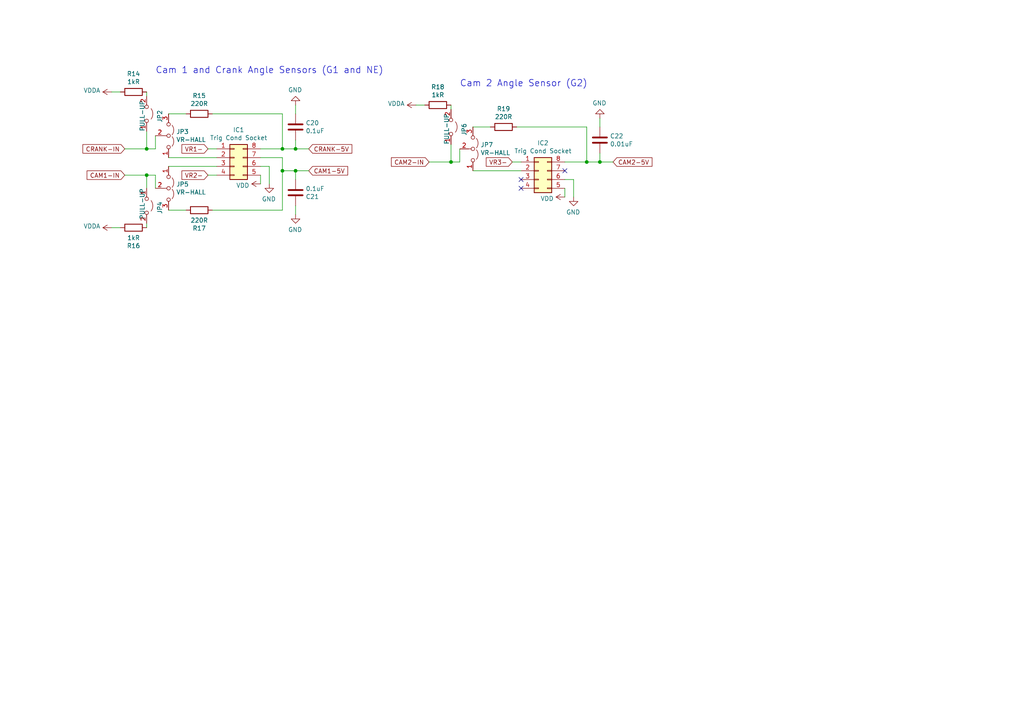
<source format=kicad_sch>
(kicad_sch (version 20211123) (generator eeschema)
  (paper "A4")
  (title_block (title "Speeduino board for Teensy 4.1") (date "2023-01-07") (rev "6") (company "Fontys Eindhoven EXPO group 13 || Speeduino") (comment 1 "Adapted from Speeduino V0.4.4c board"))
  (lib_symbols
    (symbol "Connector_Generic:Conn_02x04_Counter_Clockwise" (pin_names (offset 1.016) hide)
      (property "Reference" "J" (at 1.27 5.08 0))
      (property "Value" "Conn_02x04_Counter_Clockwise" (at 1.27 -7.62 0))
      (symbol "Conn_02x04_Counter_Clockwise_1_1"
        (rectangle (start -1.27 -4.953) (end 0 -5.207) (stroke (width 0.1524)))
        (rectangle (start -1.27 -2.413) (end 0 -2.667) (stroke (width 0.1524)))
        (rectangle (start -1.27 0.127) (end 0 -0.127) (stroke (width 0.1524)))
        (rectangle (start -1.27 2.667) (end 0 2.413) (stroke (width 0.1524)))
        (rectangle (start -1.27 3.81) (end 3.81 -6.35) (stroke (width 0.254)) (fill (type background)))
        (rectangle (start 3.81 -4.953) (end 2.54 -5.207) (stroke (width 0.1524)))
        (rectangle (start 3.81 -2.413) (end 2.54 -2.667) (stroke (width 0.1524)))
        (rectangle (start 3.81 0.127) (end 2.54 -0.127) (stroke (width 0.1524)))
        (rectangle (start 3.81 2.667) (end 2.54 2.413) (stroke (width 0.1524)))
        (pin passive line (at -5.08 2.54 0) (length 3.81) (name "Pin_1") (number "1"))
        (pin passive line (at -5.08 0 0) (length 3.81) (name "Pin_2") (number "2"))
        (pin passive line (at -5.08 -2.54 0) (length 3.81) (name "Pin_3") (number "3"))
        (pin passive line (at -5.08 -5.08 0) (length 3.81) (name "Pin_4") (number "4"))
        (pin passive line (at 7.62 -5.08 180) (length 3.81) (name "Pin_5") (number "5"))
        (pin passive line (at 7.62 -2.54 180) (length 3.81) (name "Pin_6") (number "6"))
        (pin passive line (at 7.62 0 180) (length 3.81) (name "Pin_7") (number "7"))
        (pin passive line (at 7.62 2.54 180) (length 3.81) (name "Pin_8") (number "8"))
      )
    )
    (symbol "Device:C" (pin_numbers hide) (pin_names (offset 0.254))
      (property "Reference" "C" (at 0.635 2.54 0))
      (property "Value" "C" (at 0.635 -2.54 0))
      (symbol "C_0_1"
        (polyline (pts (xy -2.032 -0.762) (xy 2.032 -0.762)) (stroke (width 0.508)))
        (polyline (pts (xy -2.032 0.762) (xy 2.032 0.762)) (stroke (width 0.508)))
      )
      (symbol "C_1_1"
        (pin passive line (at 0 3.81 270) (length 2.794) (name "~") (number "1"))
        (pin passive line (at 0 -3.81 90) (length 2.794) (name "~") (number "2"))
      )
    )
    (symbol "Device:R" (pin_numbers hide) (pin_names (offset 0))
      (property "Reference" "R" (at 2.032 0 90))
      (property "Value" "R" (at 0 0 90))
      (symbol "R_0_1"
        (rectangle (start -1.016 -2.54) (end 1.016 2.54) (stroke (width 0.254)))
      )
      (symbol "R_1_1"
        (pin passive line (at 0 3.81 270) (length 1.27) (name "~") (number "1"))
        (pin passive line (at 0 -3.81 90) (length 1.27) (name "~") (number "2"))
      )
    )
    (symbol "Jumper:Jumper_2_Open" (pin_names (offset 0) hide)
      (property "Reference" "JP" (at 0 2.794 0))
      (property "Value" "Jumper_2_Open" (at 0 -2.286 0))
      (symbol "Jumper_2_Open_0_0"
        (circle (center -2.032 0) (radius 0.508))
        (circle (center 2.032 0) (radius 0.508))
      )
      (symbol "Jumper_2_Open_0_1"
        (arc (start 1.524 1.27) (mid 0 1.778) (end -1.524 1.27))
      )
      (symbol "Jumper_2_Open_1_1"
        (pin passive line (at -5.08 0 0) (length 2.54) (name "A") (number "1"))
        (pin passive line (at 5.08 0 180) (length 2.54) (name "B") (number "2"))
      )
    )
    (symbol "Jumper:Jumper_3_Open" (pin_names (offset 0) hide)
      (property "Reference" "JP" (at -2.54 -2.54 0))
      (property "Value" "Jumper_3_Open" (at 0 2.794 0))
      (symbol "Jumper_3_Open_0_0"
        (circle (center -3.302 0) (radius 0.508))
        (circle (center 0 0) (radius 0.508))
        (circle (center 3.302 0) (radius 0.508))
      )
      (symbol "Jumper_3_Open_0_1"
        (arc (start -0.254 1.016) (mid -1.651 1.4992) (end -3.048 1.016))
        (polyline (pts (xy 0 -0.508) (xy 0 -1.27)))
        (arc (start 3.048 1.016) (mid 1.651 1.4992) (end 0.254 1.016))
      )
      (symbol "Jumper_3_Open_1_1"
        (pin passive line (at -6.35 0 0) (length 2.54) (name "A") (number "1"))
        (pin passive line (at 0 -3.81 90) (length 2.54) (name "C") (number "2"))
        (pin passive line (at 6.35 0 180) (length 2.54) (name "B") (number "3"))
      )
    )
    (symbol "power:GND" (power) (pin_names (offset 0))
      (property "Value" "GND" (at 0 -3.81 0))
      (symbol "GND_0_1"
        (polyline (pts (xy 0 0) (xy 0 -1.27) (xy 1.27 -1.27) (xy 0 -2.54) (xy -1.27 -1.27) (xy 0 -1.27)))
      )
      (symbol "GND_1_1"
        (pin power_in line (at 0 0 270) (length 0) hide (name "GND") (number "1"))
      )
    )
    (symbol "power:VDD" (power) (pin_names (offset 0))
      (property "Value" "VDD" (at 0 3.81 0))
      (symbol "VDD_0_1"
        (polyline (pts (xy -0.762 1.27) (xy 0 2.54)))
        (polyline (pts (xy 0 0) (xy 0 2.54)))
        (polyline (pts (xy 0 2.54) (xy 0.762 1.27)))
      )
      (symbol "VDD_1_1"
        (pin power_in line (at 0 0 90) (length 0) hide (name "VDD") (number "1"))
      )
    )
    (symbol "power:VDDA" (power) (pin_names (offset 0))
      (property "Value" "VDDA" (at 0 3.81 0))
      (symbol "VDDA_0_1"
        (polyline (pts (xy -0.762 1.27) (xy 0 2.54)))
        (polyline (pts (xy 0 0) (xy 0 2.54)))
        (polyline (pts (xy 0 2.54) (xy 0.762 1.27)))
      )
      (symbol "VDDA_1_1"
        (pin power_in line (at 0 0 90) (length 0) hide (name "VDDA") (number "1"))
      )
    )
  )
  (junction (at 170.18 46.99))
  (junction (at 42.545 43.18))
  (junction (at 85.725 49.53))
  (junction (at 42.545 50.8))
  (junction (at 173.99 46.99))
  (junction (at 85.725 43.18))
  (junction (at 130.81 46.99))
  (junction (at 81.915 43.18))
  (junction (at 81.915 49.53))
  (no_connect (at 151.13 52.07))
  (no_connect (at 163.83 49.53))
  (no_connect (at 151.13 54.61))
  (wire (pts (xy 75.565 43.18) (xy 81.915 43.18)))
  (wire (pts (xy 42.545 54.61) (xy 42.545 50.8)))
  (wire (pts (xy 163.83 46.99) (xy 170.18 46.99)))
  (wire (pts (xy 163.83 52.07) (xy 166.37 52.07)))
  (wire (pts (xy 42.545 26.67) (xy 42.545 27.94)))
  (wire (pts (xy 60.325 50.8) (xy 62.865 50.8)))
  (wire (pts (xy 137.16 49.53) (xy 151.13 49.53)))
  (wire (pts (xy 81.915 49.53) (xy 85.725 49.53)))
  (wire (pts (xy 133.35 46.99) (xy 133.35 43.18)))
  (wire (pts (xy 85.725 49.53) (xy 85.725 52.07)))
  (wire (pts (xy 124.46 46.99) (xy 130.81 46.99)))
  (wire (pts (xy 163.83 54.61) (xy 163.83 57.15)))
  (wire (pts (xy 48.895 48.26) (xy 62.865 48.26)))
  (wire (pts (xy 130.81 46.99) (xy 133.35 46.99)))
  (wire (pts (xy 177.8 46.99) (xy 173.99 46.99)))
  (wire (pts (xy 32.385 26.67) (xy 34.925 26.67)))
  (wire (pts (xy 130.81 30.48) (xy 130.81 31.75)))
  (wire (pts (xy 78.105 48.26) (xy 78.105 53.34)))
  (wire (pts (xy 173.99 46.99) (xy 173.99 44.45)))
  (wire (pts (xy 85.725 43.18) (xy 85.725 40.64)))
  (wire (pts (xy 85.725 30.48) (xy 85.725 33.02)))
  (wire (pts (xy 85.725 62.23) (xy 85.725 59.69)))
  (wire (pts (xy 53.975 60.96) (xy 48.895 60.96)))
  (wire (pts (xy 36.195 43.18) (xy 42.545 43.18)))
  (wire (pts (xy 42.545 43.18) (xy 45.085 43.18)))
  (wire (pts (xy 170.18 46.99) (xy 173.99 46.99)))
  (wire (pts (xy 42.545 50.8) (xy 45.085 50.8)))
  (wire (pts (xy 45.085 50.8) (xy 45.085 54.61)))
  (wire (pts (xy 48.895 33.02) (xy 53.975 33.02)))
  (wire (pts (xy 166.37 52.07) (xy 166.37 57.15)))
  (wire (pts (xy 89.535 49.53) (xy 85.725 49.53)))
  (wire (pts (xy 137.16 36.83) (xy 142.24 36.83)))
  (wire (pts (xy 75.565 48.26) (xy 78.105 48.26)))
  (wire (pts (xy 81.915 60.96) (xy 81.915 49.53)))
  (wire (pts (xy 120.65 30.48) (xy 123.19 30.48)))
  (wire (pts (xy 148.59 46.99) (xy 151.13 46.99)))
  (wire (pts (xy 45.085 43.18) (xy 45.085 39.37)))
  (wire (pts (xy 149.86 36.83) (xy 170.18 36.83)))
  (wire (pts (xy 32.385 66.04) (xy 34.925 66.04)))
  (wire (pts (xy 81.915 49.53) (xy 81.915 45.72)))
  (wire (pts (xy 81.915 33.02) (xy 81.915 43.18)))
  (wire (pts (xy 81.915 43.18) (xy 85.725 43.18)))
  (wire (pts (xy 75.565 50.8) (xy 75.565 53.34)))
  (wire (pts (xy 61.595 33.02) (xy 81.915 33.02)))
  (wire (pts (xy 42.545 64.77) (xy 42.545 66.04)))
  (wire (pts (xy 173.99 34.29) (xy 173.99 36.83)))
  (wire (pts (xy 81.915 45.72) (xy 75.565 45.72)))
  (wire (pts (xy 48.895 45.72) (xy 62.865 45.72)))
  (wire (pts (xy 36.195 50.8) (xy 42.545 50.8)))
  (wire (pts (xy 89.535 43.18) (xy 85.725 43.18)))
  (wire (pts (xy 61.595 60.96) (xy 81.915 60.96)))
  (wire (pts (xy 42.545 38.1) (xy 42.545 43.18)))
  (wire (pts (xy 60.325 43.18) (xy 62.865 43.18)))
  (wire (pts (xy 130.81 41.91) (xy 130.81 46.99)))
  (wire (pts (xy 170.18 36.83) (xy 170.18 46.99)))
  (text "Cam 1 and Crank Angle Sensors (G1 and NE)" (at 45.085 21.59 0) (effects (font (size 1.8796 1.8796)) (justify left bottom)))
  (text "Cam 2 Angle Sensor (G2)" (at 133.35 25.4 0) (effects (font (size 1.8796 1.8796)) (justify left bottom)))
  (global_label "VR1-" (shape input) (at 60.325 43.18 180) (property "Intersheet References" "${INTERSHEET_REFS}" (effects hide)))
  (global_label "CRANK-5V" (shape input) (at 89.535 43.18 0) (property "Intersheet References" "${INTERSHEET_REFS}" (effects hide)))
  (global_label "CRANK-IN" (shape input) (at 36.195 43.18 180) (property "Intersheet References" "${INTERSHEET_REFS}" (effects hide)))
  (global_label "CAM2-IN" (shape input) (at 124.46 46.99 180) (property "Intersheet References" "${INTERSHEET_REFS}" (effects hide)))
  (global_label "VR2-" (shape input) (at 60.325 50.8 180) (property "Intersheet References" "${INTERSHEET_REFS}" (effects hide)))
  (global_label "CAM2-5V" (shape input) (at 177.8 46.99 0) (property "Intersheet References" "${INTERSHEET_REFS}" (effects hide)))
  (global_label "CAM1-5V" (shape input) (at 89.535 49.53 0) (property "Intersheet References" "${INTERSHEET_REFS}" (effects hide)))
  (global_label "VR3-" (shape input) (at 148.59 46.99 180) (property "Intersheet References" "${INTERSHEET_REFS}" (effects hide)))
  (global_label "CAM1-IN" (shape input) (at 36.195 50.8 180) (property "Intersheet References" "${INTERSHEET_REFS}" (effects hide)))
  (symbol (lib_id "Device:R") (at 146.05 36.83 270) (unit 1)
    (property "Reference" "R19" (at 146.05 31.5722 90))
    (property "Value" "220R" (at 146.05 33.8836 90))
    (property "Footprint" "Resistor_SMD:R_0603_1608Metric" (effects hide))
    (property "Digikey Part Number" "3994459" (effects hide))
    (property "Manufacturer_Name" "Walsin" (effects hide))
    (property "Manufacturer_Part_Number" "MR06X2200FTLV" (effects hide))
    (property "URL" "https://nl.farnell.com/walsin/mr06x2200ftlv/res-220r-1-0-125w-0603-thick-film/dp/3994459" (effects hide))
  )
  (symbol (lib_id "Device:R") (at 127 30.48 270) (unit 1)
    (property "Reference" "R18" (at 127 25.2222 90))
    (property "Value" "1kR" (at 127 27.5336 90))
    (property "Footprint" "Resistor_SMD:R_0402_1005Metric" (effects hide))
    (property "Digikey Part Number" "2502798" (effects hide))
    (property "Manufacturer_Name" "Walsin" (effects hide))
    (property "Manufacturer_Part_Number" "WF04P1001FTL" (effects hide))
    (property "URL" "https://nl.farnell.com/walsin/wf04p1001ftl/res-1k-1-50v-0402-thick-film/dp/2502798" (effects hide))
  )
  (symbol (lib_id "Device:C") (at 173.99 40.64 0) (unit 1)
    (property "Reference" "C22" (at 176.911 39.4716 0) (effects (justify left)))
    (property "Value" "0.01uF" (at 176.911 41.783 0) (effects (justify left)))
    (property "Footprint" "Capacitor_SMD:C_0805_2012Metric" (effects hide))
    (property "Digikey Part Number" "3019937" (effects hide))
    (property "Manufacturer_Name" "Yageo" (effects hide))
    (property "Manufacturer_Part_Number" "CC0805KRX7R9BB103" (effects hide))
    (property "URL" "https://nl.farnell.com/yageo/cc0805krx7r9bb103/cap-0-01-f-50v-10-x7r-0805/dp/3019937" (effects hide))
  )
  (symbol (lib_id "power:GND") (at 173.99 34.29 180) (unit 1)
    (property "Reference" "#PWR0200" (effects hide))
    (property "Value" "GND" (at 173.863 29.8958 0))
  )
  (symbol (lib_id "Jumper:Jumper_2_Open") (at 130.81 36.83 270) (mirror x) (unit 1)
    (property "Reference" "JP6" (at 134.62 39.37 0) (effects (justify left)))
    (property "Value" "PULL-UP" (at 129.54 41.91 0) (effects (justify left)))
    (property "Footprint" "Connector_PinHeader_2.54mm:PinHeader_1x02_P2.54mm_Vertical" (effects hide))
  )
  (symbol (lib_id "Connector_Generic:Conn_02x04_Counter_Clockwise") (at 156.21 49.53 0) (unit 1)
    (property "Reference" "IC2" (at 157.48 41.4782 0))
    (property "Value" "Trig Cond Socket" (at 157.48 43.7896 0))
    (property "Footprint" "Package_DIP:DIP-8_W7.62mm_Socket" (effects hide))
    (property "Digikey Part Number" "1103844" (effects hide))
    (property "Manufacturer_Name" "Multicomp" (effects hide))
    (property "Manufacturer_Part_Number" "2227MC-08-03-18-F1" (effects hide))
    (property "URL" "https://nl.farnell.com/multicomp/2227mc-08-03-18-f1/socket-ic-dil-0-3-8way/dp/1103844" (effects hide))
  )
  (symbol (lib_id "power:VDD") (at 163.83 57.15 90) (mirror x) (unit 1)
    (property "Reference" "#PWR0201" (effects hide))
    (property "Value" "VDD" (at 160.6042 57.6072 90) (effects (justify left)))
  )
  (symbol (lib_id "power:GND") (at 166.37 57.15 0) (mirror y) (unit 1)
    (property "Reference" "#PWR0202" (effects hide))
    (property "Value" "GND" (at 166.243 61.5442 0))
  )
  (symbol (lib_id "Jumper:Jumper_3_Open") (at 137.16 43.18 270) (mirror x) (unit 1)
    (property "Reference" "JP7" (at 139.3698 42.0116 90) (effects (justify left)))
    (property "Value" "VR-HALL" (at 139.3698 44.323 90) (effects (justify left)))
    (property "Footprint" "Connector_PinHeader_2.54mm:PinHeader_1x03_P2.54mm_Vertical" (effects hide))
  )
  (symbol (lib_id "power:VDDA") (at 120.65 30.48 90) (unit 1)
    (property "Reference" "#PWR0203" (effects hide))
    (property "Value" "VDDA" (at 117.3988 30.0482 90) (effects (justify left)))
  )
  (symbol (lib_id "Device:R") (at 57.785 33.02 270) (unit 1)
    (property "Reference" "R15" (at 57.785 27.7622 90))
    (property "Value" "220R" (at 57.785 30.0736 90))
    (property "Footprint" "Resistor_SMD:R_0603_1608Metric" (effects hide))
    (property "Digikey Part Number" "3994459" (effects hide))
    (property "Manufacturer_Name" "Walsin" (effects hide))
    (property "Manufacturer_Part_Number" "MR06X2200FTLV" (effects hide))
    (property "URL" "https://nl.farnell.com/walsin/mr06x2200ftlv/res-220r-1-0-125w-0603-thick-film/dp/3994459" (effects hide))
  )
  (symbol (lib_id "Device:R") (at 38.735 26.67 270) (unit 1)
    (property "Reference" "R14" (at 38.735 21.4122 90))
    (property "Value" "1kR" (at 38.735 23.7236 90))
    (property "Footprint" "Resistor_SMD:R_0402_1005Metric" (effects hide))
    (property "Digikey Part Number" "2502798" (effects hide))
    (property "Manufacturer_Name" "Walsin" (effects hide))
    (property "Manufacturer_Part_Number" "WF04P1001FTL" (effects hide))
    (property "URL" "https://nl.farnell.com/walsin/wf04p1001ftl/res-1k-1-50v-0402-thick-film/dp/2502798" (effects hide))
  )
  (symbol (lib_id "Device:C") (at 85.725 36.83 0) (unit 1)
    (property "Reference" "C20" (at 88.646 35.6616 0) (effects (justify left)))
    (property "Value" "0.1uF" (at 88.646 37.973 0) (effects (justify left)))
    (property "Footprint" "Capacitor_SMD:C_0805_2012Metric" (effects hide))
    (property "Digikey Part Number" "3296136" (effects hide))
    (property "Manufacturer_Name" "Vishay" (effects hide))
    (property "Manufacturer_Part_Number" "VJ0805Y104KXAPW1BC" (effects hide))
    (property "URL" "https://nl.farnell.com/vishay/vj0805y104kxapw1bc/cap-0-1uf-50v-mlcc-0805/dp/3296136" (effects hide))
  )
  (symbol (lib_id "power:GND") (at 85.725 30.48 180) (unit 1)
    (property "Reference" "#PWR0196" (effects hide))
    (property "Value" "GND" (at 85.598 26.0858 0))
  )
  (symbol (lib_id "power:GND") (at 85.725 62.23 0) (mirror y) (unit 1)
    (property "Reference" "#PWR0198" (effects hide))
    (property "Value" "GND" (at 85.598 66.6242 0))
  )
  (symbol (lib_id "Device:C") (at 85.725 55.88 0) (mirror x) (unit 1)
    (property "Reference" "C21" (at 88.646 57.0484 0) (effects (justify left)))
    (property "Value" "0.1uF" (at 88.646 54.737 0) (effects (justify left)))
    (property "Footprint" "Capacitor_SMD:C_0805_2012Metric" (effects hide))
    (property "Digikey Part Number" "3296136" (effects hide))
    (property "Manufacturer_Name" "Vishay" (effects hide))
    (property "Manufacturer_Part_Number" "VJ0805Y104KXAPW1BC" (effects hide))
    (property "URL" "https://nl.farnell.com/vishay/vj0805y104kxapw1bc/cap-0-1uf-50v-mlcc-0805/dp/3296136" (effects hide))
  )
  (symbol (lib_id "Device:R") (at 38.735 66.04 270) (mirror x) (unit 1)
    (property "Reference" "R16" (at 38.735 71.2978 90))
    (property "Value" "1kR" (at 38.735 68.9864 90))
    (property "Footprint" "Resistor_SMD:R_0402_1005Metric" (effects hide))
    (property "Digikey Part Number" "2502798" (effects hide))
    (property "Manufacturer_Name" "Walsin" (effects hide))
    (property "Manufacturer_Part_Number" "WF04P1001FTL" (effects hide))
    (property "URL" "https://nl.farnell.com/walsin/wf04p1001ftl/res-1k-1-50v-0402-thick-film/dp/2502798" (effects hide))
  )
  (symbol (lib_id "Device:R") (at 57.785 60.96 270) (mirror x) (unit 1)
    (property "Reference" "R17" (at 57.785 66.2178 90))
    (property "Value" "220R" (at 57.785 63.9064 90))
    (property "Footprint" "Resistor_SMD:R_0603_1608Metric" (effects hide))
    (property "Digikey Part Number" "3994459" (effects hide))
    (property "Manufacturer_Name" "Walsin" (effects hide))
    (property "Manufacturer_Part_Number" "MR06X2200FTLV" (effects hide))
    (property "URL" "https://nl.farnell.com/walsin/mr06x2200ftlv/res-220r-1-0-125w-0603-thick-film/dp/3994459" (effects hide))
  )
  (symbol (lib_id "Jumper:Jumper_2_Open") (at 42.545 59.69 270) (unit 1)
    (property "Reference" "JP4" (at 46.355 58.42 0) (effects (justify left)))
    (property "Value" "PULL-UP" (at 41.275 54.61 0) (effects (justify left)))
    (property "Footprint" "Connector_PinHeader_2.54mm:PinHeader_1x02_P2.54mm_Vertical" (effects hide))
  )
  (symbol (lib_id "Jumper:Jumper_2_Open") (at 42.545 33.02 270) (mirror x) (unit 1)
    (property "Reference" "JP2" (at 46.355 35.56 0) (effects (justify left)))
    (property "Value" "PULL-UP" (at 41.275 38.1 0) (effects (justify left)))
    (property "Footprint" "Connector_PinHeader_2.54mm:PinHeader_1x02_P2.54mm_Vertical" (effects hide))
  )
  (symbol (lib_id "Connector_Generic:Conn_02x04_Counter_Clockwise") (at 67.945 45.72 0) (unit 1)
    (property "Reference" "IC1" (at 69.215 37.6682 0))
    (property "Value" "Trig Cond Socket" (at 69.215 39.9796 0))
    (property "Footprint" "Package_DIP:DIP-8_W7.62mm_Socket" (effects hide))
    (property "Digikey Part Number" "1103844" (effects hide))
    (property "Manufacturer_Name" "Multicomp" (effects hide))
    (property "Manufacturer_Part_Number" "2227MC-08-03-18-F1" (effects hide))
    (property "URL" "https://nl.farnell.com/multicomp/2227mc-08-03-18-f1/socket-ic-dil-0-3-8way/dp/1103844" (effects hide))
  )
  (symbol (lib_id "power:VDD") (at 75.565 53.34 90) (mirror x) (unit 1)
    (property "Reference" "#PWR0197" (effects hide))
    (property "Value" "VDD" (at 72.3392 53.7972 90) (effects (justify left)))
  )
  (symbol (lib_id "power:GND") (at 78.105 53.34 0) (mirror y) (unit 1)
    (property "Reference" "#PWR0199" (effects hide))
    (property "Value" "GND" (at 77.978 57.7342 0))
  )
  (symbol (lib_id "Jumper:Jumper_3_Open") (at 48.895 39.37 270) (mirror x) (unit 1)
    (property "Reference" "JP3" (at 51.1048 38.2016 90) (effects (justify left)))
    (property "Value" "VR-HALL" (at 51.1048 40.513 90) (effects (justify left)))
    (property "Footprint" "Connector_PinHeader_2.54mm:PinHeader_1x03_P2.54mm_Vertical" (effects hide))
  )
  (symbol (lib_id "Jumper:Jumper_3_Open") (at 48.895 54.61 270) (unit 1)
    (property "Reference" "JP5" (at 51.1048 53.4416 90) (effects (justify left)))
    (property "Value" "VR-HALL" (at 51.1048 55.753 90) (effects (justify left)))
    (property "Footprint" "Connector_PinHeader_2.54mm:PinHeader_1x03_P2.54mm_Vertical" (effects hide))
  )
  (symbol (lib_id "power:VDDA") (at 32.385 26.67 90) (unit 1)
    (property "Reference" "#PWR0205" (effects hide))
    (property "Value" "VDDA" (at 29.1338 26.2382 90) (effects (justify left)))
  )
  (symbol (lib_id "power:VDDA") (at 32.385 66.04 90) (unit 1)
    (property "Reference" "#PWR0204" (effects hide))
    (property "Value" "VDDA" (at 29.1338 65.6082 90) (effects (justify left)))
  )
)
</source>
